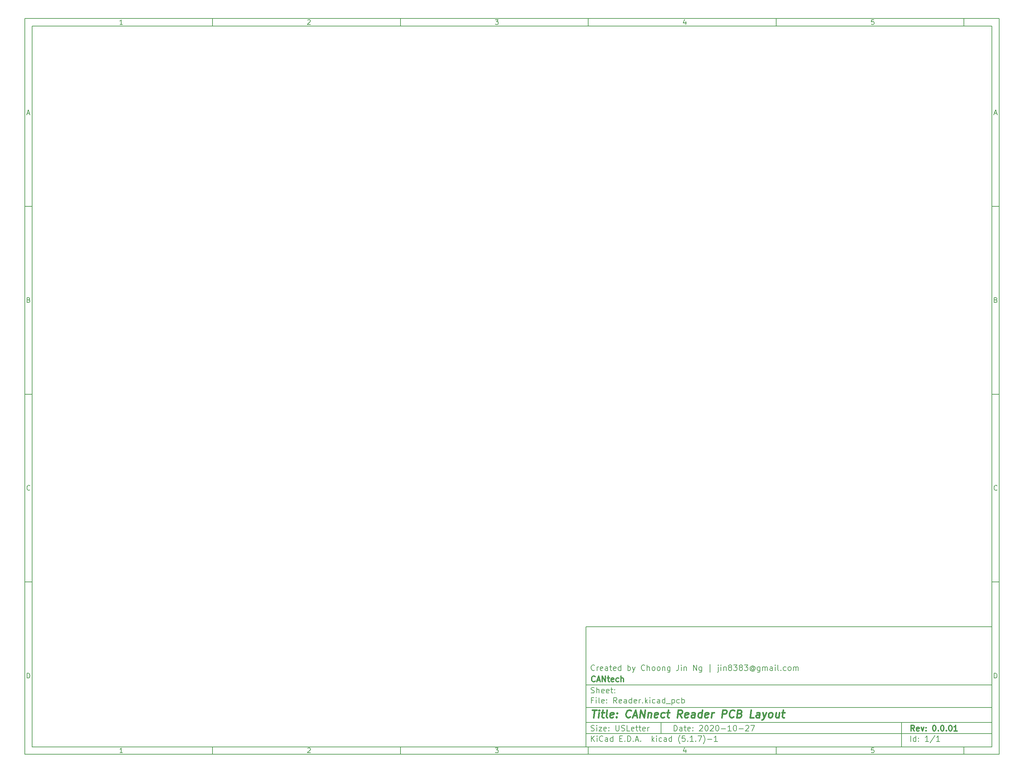
<source format=gbr>
%TF.GenerationSoftware,KiCad,Pcbnew,(5.1.7)-1*%
%TF.CreationDate,2020-10-27T06:30:05-07:00*%
%TF.ProjectId,Reader,52656164-6572-42e6-9b69-6361645f7063,0.0.01*%
%TF.SameCoordinates,Original*%
%TF.FileFunction,Other,ECO2*%
%FSLAX46Y46*%
G04 Gerber Fmt 4.6, Leading zero omitted, Abs format (unit mm)*
G04 Created by KiCad (PCBNEW (5.1.7)-1) date 2020-10-27 06:30:05*
%MOMM*%
%LPD*%
G01*
G04 APERTURE LIST*
%ADD10C,0.100000*%
%ADD11C,0.150000*%
%ADD12C,0.300000*%
%ADD13C,0.400000*%
G04 APERTURE END LIST*
D10*
D11*
X159400000Y-171900000D02*
X159400000Y-203900000D01*
X267400000Y-203900000D01*
X267400000Y-171900000D01*
X159400000Y-171900000D01*
D10*
D11*
X10000000Y-10000000D02*
X10000000Y-205900000D01*
X269400000Y-205900000D01*
X269400000Y-10000000D01*
X10000000Y-10000000D01*
D10*
D11*
X12000000Y-12000000D02*
X12000000Y-203900000D01*
X267400000Y-203900000D01*
X267400000Y-12000000D01*
X12000000Y-12000000D01*
D10*
D11*
X60000000Y-12000000D02*
X60000000Y-10000000D01*
D10*
D11*
X110000000Y-12000000D02*
X110000000Y-10000000D01*
D10*
D11*
X160000000Y-12000000D02*
X160000000Y-10000000D01*
D10*
D11*
X210000000Y-12000000D02*
X210000000Y-10000000D01*
D10*
D11*
X260000000Y-12000000D02*
X260000000Y-10000000D01*
D10*
D11*
X36065476Y-11588095D02*
X35322619Y-11588095D01*
X35694047Y-11588095D02*
X35694047Y-10288095D01*
X35570238Y-10473809D01*
X35446428Y-10597619D01*
X35322619Y-10659523D01*
D10*
D11*
X85322619Y-10411904D02*
X85384523Y-10350000D01*
X85508333Y-10288095D01*
X85817857Y-10288095D01*
X85941666Y-10350000D01*
X86003571Y-10411904D01*
X86065476Y-10535714D01*
X86065476Y-10659523D01*
X86003571Y-10845238D01*
X85260714Y-11588095D01*
X86065476Y-11588095D01*
D10*
D11*
X135260714Y-10288095D02*
X136065476Y-10288095D01*
X135632142Y-10783333D01*
X135817857Y-10783333D01*
X135941666Y-10845238D01*
X136003571Y-10907142D01*
X136065476Y-11030952D01*
X136065476Y-11340476D01*
X136003571Y-11464285D01*
X135941666Y-11526190D01*
X135817857Y-11588095D01*
X135446428Y-11588095D01*
X135322619Y-11526190D01*
X135260714Y-11464285D01*
D10*
D11*
X185941666Y-10721428D02*
X185941666Y-11588095D01*
X185632142Y-10226190D02*
X185322619Y-11154761D01*
X186127380Y-11154761D01*
D10*
D11*
X236003571Y-10288095D02*
X235384523Y-10288095D01*
X235322619Y-10907142D01*
X235384523Y-10845238D01*
X235508333Y-10783333D01*
X235817857Y-10783333D01*
X235941666Y-10845238D01*
X236003571Y-10907142D01*
X236065476Y-11030952D01*
X236065476Y-11340476D01*
X236003571Y-11464285D01*
X235941666Y-11526190D01*
X235817857Y-11588095D01*
X235508333Y-11588095D01*
X235384523Y-11526190D01*
X235322619Y-11464285D01*
D10*
D11*
X60000000Y-203900000D02*
X60000000Y-205900000D01*
D10*
D11*
X110000000Y-203900000D02*
X110000000Y-205900000D01*
D10*
D11*
X160000000Y-203900000D02*
X160000000Y-205900000D01*
D10*
D11*
X210000000Y-203900000D02*
X210000000Y-205900000D01*
D10*
D11*
X260000000Y-203900000D02*
X260000000Y-205900000D01*
D10*
D11*
X36065476Y-205488095D02*
X35322619Y-205488095D01*
X35694047Y-205488095D02*
X35694047Y-204188095D01*
X35570238Y-204373809D01*
X35446428Y-204497619D01*
X35322619Y-204559523D01*
D10*
D11*
X85322619Y-204311904D02*
X85384523Y-204250000D01*
X85508333Y-204188095D01*
X85817857Y-204188095D01*
X85941666Y-204250000D01*
X86003571Y-204311904D01*
X86065476Y-204435714D01*
X86065476Y-204559523D01*
X86003571Y-204745238D01*
X85260714Y-205488095D01*
X86065476Y-205488095D01*
D10*
D11*
X135260714Y-204188095D02*
X136065476Y-204188095D01*
X135632142Y-204683333D01*
X135817857Y-204683333D01*
X135941666Y-204745238D01*
X136003571Y-204807142D01*
X136065476Y-204930952D01*
X136065476Y-205240476D01*
X136003571Y-205364285D01*
X135941666Y-205426190D01*
X135817857Y-205488095D01*
X135446428Y-205488095D01*
X135322619Y-205426190D01*
X135260714Y-205364285D01*
D10*
D11*
X185941666Y-204621428D02*
X185941666Y-205488095D01*
X185632142Y-204126190D02*
X185322619Y-205054761D01*
X186127380Y-205054761D01*
D10*
D11*
X236003571Y-204188095D02*
X235384523Y-204188095D01*
X235322619Y-204807142D01*
X235384523Y-204745238D01*
X235508333Y-204683333D01*
X235817857Y-204683333D01*
X235941666Y-204745238D01*
X236003571Y-204807142D01*
X236065476Y-204930952D01*
X236065476Y-205240476D01*
X236003571Y-205364285D01*
X235941666Y-205426190D01*
X235817857Y-205488095D01*
X235508333Y-205488095D01*
X235384523Y-205426190D01*
X235322619Y-205364285D01*
D10*
D11*
X10000000Y-60000000D02*
X12000000Y-60000000D01*
D10*
D11*
X10000000Y-110000000D02*
X12000000Y-110000000D01*
D10*
D11*
X10000000Y-160000000D02*
X12000000Y-160000000D01*
D10*
D11*
X10690476Y-35216666D02*
X11309523Y-35216666D01*
X10566666Y-35588095D02*
X11000000Y-34288095D01*
X11433333Y-35588095D01*
D10*
D11*
X11092857Y-84907142D02*
X11278571Y-84969047D01*
X11340476Y-85030952D01*
X11402380Y-85154761D01*
X11402380Y-85340476D01*
X11340476Y-85464285D01*
X11278571Y-85526190D01*
X11154761Y-85588095D01*
X10659523Y-85588095D01*
X10659523Y-84288095D01*
X11092857Y-84288095D01*
X11216666Y-84350000D01*
X11278571Y-84411904D01*
X11340476Y-84535714D01*
X11340476Y-84659523D01*
X11278571Y-84783333D01*
X11216666Y-84845238D01*
X11092857Y-84907142D01*
X10659523Y-84907142D01*
D10*
D11*
X11402380Y-135464285D02*
X11340476Y-135526190D01*
X11154761Y-135588095D01*
X11030952Y-135588095D01*
X10845238Y-135526190D01*
X10721428Y-135402380D01*
X10659523Y-135278571D01*
X10597619Y-135030952D01*
X10597619Y-134845238D01*
X10659523Y-134597619D01*
X10721428Y-134473809D01*
X10845238Y-134350000D01*
X11030952Y-134288095D01*
X11154761Y-134288095D01*
X11340476Y-134350000D01*
X11402380Y-134411904D01*
D10*
D11*
X10659523Y-185588095D02*
X10659523Y-184288095D01*
X10969047Y-184288095D01*
X11154761Y-184350000D01*
X11278571Y-184473809D01*
X11340476Y-184597619D01*
X11402380Y-184845238D01*
X11402380Y-185030952D01*
X11340476Y-185278571D01*
X11278571Y-185402380D01*
X11154761Y-185526190D01*
X10969047Y-185588095D01*
X10659523Y-185588095D01*
D10*
D11*
X269400000Y-60000000D02*
X267400000Y-60000000D01*
D10*
D11*
X269400000Y-110000000D02*
X267400000Y-110000000D01*
D10*
D11*
X269400000Y-160000000D02*
X267400000Y-160000000D01*
D10*
D11*
X268090476Y-35216666D02*
X268709523Y-35216666D01*
X267966666Y-35588095D02*
X268400000Y-34288095D01*
X268833333Y-35588095D01*
D10*
D11*
X268492857Y-84907142D02*
X268678571Y-84969047D01*
X268740476Y-85030952D01*
X268802380Y-85154761D01*
X268802380Y-85340476D01*
X268740476Y-85464285D01*
X268678571Y-85526190D01*
X268554761Y-85588095D01*
X268059523Y-85588095D01*
X268059523Y-84288095D01*
X268492857Y-84288095D01*
X268616666Y-84350000D01*
X268678571Y-84411904D01*
X268740476Y-84535714D01*
X268740476Y-84659523D01*
X268678571Y-84783333D01*
X268616666Y-84845238D01*
X268492857Y-84907142D01*
X268059523Y-84907142D01*
D10*
D11*
X268802380Y-135464285D02*
X268740476Y-135526190D01*
X268554761Y-135588095D01*
X268430952Y-135588095D01*
X268245238Y-135526190D01*
X268121428Y-135402380D01*
X268059523Y-135278571D01*
X267997619Y-135030952D01*
X267997619Y-134845238D01*
X268059523Y-134597619D01*
X268121428Y-134473809D01*
X268245238Y-134350000D01*
X268430952Y-134288095D01*
X268554761Y-134288095D01*
X268740476Y-134350000D01*
X268802380Y-134411904D01*
D10*
D11*
X268059523Y-185588095D02*
X268059523Y-184288095D01*
X268369047Y-184288095D01*
X268554761Y-184350000D01*
X268678571Y-184473809D01*
X268740476Y-184597619D01*
X268802380Y-184845238D01*
X268802380Y-185030952D01*
X268740476Y-185278571D01*
X268678571Y-185402380D01*
X268554761Y-185526190D01*
X268369047Y-185588095D01*
X268059523Y-185588095D01*
D10*
D11*
X182832142Y-199678571D02*
X182832142Y-198178571D01*
X183189285Y-198178571D01*
X183403571Y-198250000D01*
X183546428Y-198392857D01*
X183617857Y-198535714D01*
X183689285Y-198821428D01*
X183689285Y-199035714D01*
X183617857Y-199321428D01*
X183546428Y-199464285D01*
X183403571Y-199607142D01*
X183189285Y-199678571D01*
X182832142Y-199678571D01*
X184975000Y-199678571D02*
X184975000Y-198892857D01*
X184903571Y-198750000D01*
X184760714Y-198678571D01*
X184475000Y-198678571D01*
X184332142Y-198750000D01*
X184975000Y-199607142D02*
X184832142Y-199678571D01*
X184475000Y-199678571D01*
X184332142Y-199607142D01*
X184260714Y-199464285D01*
X184260714Y-199321428D01*
X184332142Y-199178571D01*
X184475000Y-199107142D01*
X184832142Y-199107142D01*
X184975000Y-199035714D01*
X185475000Y-198678571D02*
X186046428Y-198678571D01*
X185689285Y-198178571D02*
X185689285Y-199464285D01*
X185760714Y-199607142D01*
X185903571Y-199678571D01*
X186046428Y-199678571D01*
X187117857Y-199607142D02*
X186975000Y-199678571D01*
X186689285Y-199678571D01*
X186546428Y-199607142D01*
X186475000Y-199464285D01*
X186475000Y-198892857D01*
X186546428Y-198750000D01*
X186689285Y-198678571D01*
X186975000Y-198678571D01*
X187117857Y-198750000D01*
X187189285Y-198892857D01*
X187189285Y-199035714D01*
X186475000Y-199178571D01*
X187832142Y-199535714D02*
X187903571Y-199607142D01*
X187832142Y-199678571D01*
X187760714Y-199607142D01*
X187832142Y-199535714D01*
X187832142Y-199678571D01*
X187832142Y-198750000D02*
X187903571Y-198821428D01*
X187832142Y-198892857D01*
X187760714Y-198821428D01*
X187832142Y-198750000D01*
X187832142Y-198892857D01*
X189617857Y-198321428D02*
X189689285Y-198250000D01*
X189832142Y-198178571D01*
X190189285Y-198178571D01*
X190332142Y-198250000D01*
X190403571Y-198321428D01*
X190475000Y-198464285D01*
X190475000Y-198607142D01*
X190403571Y-198821428D01*
X189546428Y-199678571D01*
X190475000Y-199678571D01*
X191403571Y-198178571D02*
X191546428Y-198178571D01*
X191689285Y-198250000D01*
X191760714Y-198321428D01*
X191832142Y-198464285D01*
X191903571Y-198750000D01*
X191903571Y-199107142D01*
X191832142Y-199392857D01*
X191760714Y-199535714D01*
X191689285Y-199607142D01*
X191546428Y-199678571D01*
X191403571Y-199678571D01*
X191260714Y-199607142D01*
X191189285Y-199535714D01*
X191117857Y-199392857D01*
X191046428Y-199107142D01*
X191046428Y-198750000D01*
X191117857Y-198464285D01*
X191189285Y-198321428D01*
X191260714Y-198250000D01*
X191403571Y-198178571D01*
X192475000Y-198321428D02*
X192546428Y-198250000D01*
X192689285Y-198178571D01*
X193046428Y-198178571D01*
X193189285Y-198250000D01*
X193260714Y-198321428D01*
X193332142Y-198464285D01*
X193332142Y-198607142D01*
X193260714Y-198821428D01*
X192403571Y-199678571D01*
X193332142Y-199678571D01*
X194260714Y-198178571D02*
X194403571Y-198178571D01*
X194546428Y-198250000D01*
X194617857Y-198321428D01*
X194689285Y-198464285D01*
X194760714Y-198750000D01*
X194760714Y-199107142D01*
X194689285Y-199392857D01*
X194617857Y-199535714D01*
X194546428Y-199607142D01*
X194403571Y-199678571D01*
X194260714Y-199678571D01*
X194117857Y-199607142D01*
X194046428Y-199535714D01*
X193975000Y-199392857D01*
X193903571Y-199107142D01*
X193903571Y-198750000D01*
X193975000Y-198464285D01*
X194046428Y-198321428D01*
X194117857Y-198250000D01*
X194260714Y-198178571D01*
X195403571Y-199107142D02*
X196546428Y-199107142D01*
X198046428Y-199678571D02*
X197189285Y-199678571D01*
X197617857Y-199678571D02*
X197617857Y-198178571D01*
X197475000Y-198392857D01*
X197332142Y-198535714D01*
X197189285Y-198607142D01*
X198975000Y-198178571D02*
X199117857Y-198178571D01*
X199260714Y-198250000D01*
X199332142Y-198321428D01*
X199403571Y-198464285D01*
X199475000Y-198750000D01*
X199475000Y-199107142D01*
X199403571Y-199392857D01*
X199332142Y-199535714D01*
X199260714Y-199607142D01*
X199117857Y-199678571D01*
X198975000Y-199678571D01*
X198832142Y-199607142D01*
X198760714Y-199535714D01*
X198689285Y-199392857D01*
X198617857Y-199107142D01*
X198617857Y-198750000D01*
X198689285Y-198464285D01*
X198760714Y-198321428D01*
X198832142Y-198250000D01*
X198975000Y-198178571D01*
X200117857Y-199107142D02*
X201260714Y-199107142D01*
X201903571Y-198321428D02*
X201975000Y-198250000D01*
X202117857Y-198178571D01*
X202475000Y-198178571D01*
X202617857Y-198250000D01*
X202689285Y-198321428D01*
X202760714Y-198464285D01*
X202760714Y-198607142D01*
X202689285Y-198821428D01*
X201832142Y-199678571D01*
X202760714Y-199678571D01*
X203260714Y-198178571D02*
X204260714Y-198178571D01*
X203617857Y-199678571D01*
D10*
D11*
X159400000Y-200400000D02*
X267400000Y-200400000D01*
D10*
D11*
X160832142Y-202478571D02*
X160832142Y-200978571D01*
X161689285Y-202478571D02*
X161046428Y-201621428D01*
X161689285Y-200978571D02*
X160832142Y-201835714D01*
X162332142Y-202478571D02*
X162332142Y-201478571D01*
X162332142Y-200978571D02*
X162260714Y-201050000D01*
X162332142Y-201121428D01*
X162403571Y-201050000D01*
X162332142Y-200978571D01*
X162332142Y-201121428D01*
X163903571Y-202335714D02*
X163832142Y-202407142D01*
X163617857Y-202478571D01*
X163475000Y-202478571D01*
X163260714Y-202407142D01*
X163117857Y-202264285D01*
X163046428Y-202121428D01*
X162975000Y-201835714D01*
X162975000Y-201621428D01*
X163046428Y-201335714D01*
X163117857Y-201192857D01*
X163260714Y-201050000D01*
X163475000Y-200978571D01*
X163617857Y-200978571D01*
X163832142Y-201050000D01*
X163903571Y-201121428D01*
X165189285Y-202478571D02*
X165189285Y-201692857D01*
X165117857Y-201550000D01*
X164975000Y-201478571D01*
X164689285Y-201478571D01*
X164546428Y-201550000D01*
X165189285Y-202407142D02*
X165046428Y-202478571D01*
X164689285Y-202478571D01*
X164546428Y-202407142D01*
X164475000Y-202264285D01*
X164475000Y-202121428D01*
X164546428Y-201978571D01*
X164689285Y-201907142D01*
X165046428Y-201907142D01*
X165189285Y-201835714D01*
X166546428Y-202478571D02*
X166546428Y-200978571D01*
X166546428Y-202407142D02*
X166403571Y-202478571D01*
X166117857Y-202478571D01*
X165975000Y-202407142D01*
X165903571Y-202335714D01*
X165832142Y-202192857D01*
X165832142Y-201764285D01*
X165903571Y-201621428D01*
X165975000Y-201550000D01*
X166117857Y-201478571D01*
X166403571Y-201478571D01*
X166546428Y-201550000D01*
X168403571Y-201692857D02*
X168903571Y-201692857D01*
X169117857Y-202478571D02*
X168403571Y-202478571D01*
X168403571Y-200978571D01*
X169117857Y-200978571D01*
X169760714Y-202335714D02*
X169832142Y-202407142D01*
X169760714Y-202478571D01*
X169689285Y-202407142D01*
X169760714Y-202335714D01*
X169760714Y-202478571D01*
X170475000Y-202478571D02*
X170475000Y-200978571D01*
X170832142Y-200978571D01*
X171046428Y-201050000D01*
X171189285Y-201192857D01*
X171260714Y-201335714D01*
X171332142Y-201621428D01*
X171332142Y-201835714D01*
X171260714Y-202121428D01*
X171189285Y-202264285D01*
X171046428Y-202407142D01*
X170832142Y-202478571D01*
X170475000Y-202478571D01*
X171975000Y-202335714D02*
X172046428Y-202407142D01*
X171975000Y-202478571D01*
X171903571Y-202407142D01*
X171975000Y-202335714D01*
X171975000Y-202478571D01*
X172617857Y-202050000D02*
X173332142Y-202050000D01*
X172475000Y-202478571D02*
X172975000Y-200978571D01*
X173475000Y-202478571D01*
X173975000Y-202335714D02*
X174046428Y-202407142D01*
X173975000Y-202478571D01*
X173903571Y-202407142D01*
X173975000Y-202335714D01*
X173975000Y-202478571D01*
X176975000Y-202478571D02*
X176975000Y-200978571D01*
X177117857Y-201907142D02*
X177546428Y-202478571D01*
X177546428Y-201478571D02*
X176975000Y-202050000D01*
X178189285Y-202478571D02*
X178189285Y-201478571D01*
X178189285Y-200978571D02*
X178117857Y-201050000D01*
X178189285Y-201121428D01*
X178260714Y-201050000D01*
X178189285Y-200978571D01*
X178189285Y-201121428D01*
X179546428Y-202407142D02*
X179403571Y-202478571D01*
X179117857Y-202478571D01*
X178975000Y-202407142D01*
X178903571Y-202335714D01*
X178832142Y-202192857D01*
X178832142Y-201764285D01*
X178903571Y-201621428D01*
X178975000Y-201550000D01*
X179117857Y-201478571D01*
X179403571Y-201478571D01*
X179546428Y-201550000D01*
X180832142Y-202478571D02*
X180832142Y-201692857D01*
X180760714Y-201550000D01*
X180617857Y-201478571D01*
X180332142Y-201478571D01*
X180189285Y-201550000D01*
X180832142Y-202407142D02*
X180689285Y-202478571D01*
X180332142Y-202478571D01*
X180189285Y-202407142D01*
X180117857Y-202264285D01*
X180117857Y-202121428D01*
X180189285Y-201978571D01*
X180332142Y-201907142D01*
X180689285Y-201907142D01*
X180832142Y-201835714D01*
X182189285Y-202478571D02*
X182189285Y-200978571D01*
X182189285Y-202407142D02*
X182046428Y-202478571D01*
X181760714Y-202478571D01*
X181617857Y-202407142D01*
X181546428Y-202335714D01*
X181475000Y-202192857D01*
X181475000Y-201764285D01*
X181546428Y-201621428D01*
X181617857Y-201550000D01*
X181760714Y-201478571D01*
X182046428Y-201478571D01*
X182189285Y-201550000D01*
X184475000Y-203050000D02*
X184403571Y-202978571D01*
X184260714Y-202764285D01*
X184189285Y-202621428D01*
X184117857Y-202407142D01*
X184046428Y-202050000D01*
X184046428Y-201764285D01*
X184117857Y-201407142D01*
X184189285Y-201192857D01*
X184260714Y-201050000D01*
X184403571Y-200835714D01*
X184475000Y-200764285D01*
X185760714Y-200978571D02*
X185046428Y-200978571D01*
X184975000Y-201692857D01*
X185046428Y-201621428D01*
X185189285Y-201550000D01*
X185546428Y-201550000D01*
X185689285Y-201621428D01*
X185760714Y-201692857D01*
X185832142Y-201835714D01*
X185832142Y-202192857D01*
X185760714Y-202335714D01*
X185689285Y-202407142D01*
X185546428Y-202478571D01*
X185189285Y-202478571D01*
X185046428Y-202407142D01*
X184975000Y-202335714D01*
X186475000Y-202335714D02*
X186546428Y-202407142D01*
X186475000Y-202478571D01*
X186403571Y-202407142D01*
X186475000Y-202335714D01*
X186475000Y-202478571D01*
X187975000Y-202478571D02*
X187117857Y-202478571D01*
X187546428Y-202478571D02*
X187546428Y-200978571D01*
X187403571Y-201192857D01*
X187260714Y-201335714D01*
X187117857Y-201407142D01*
X188617857Y-202335714D02*
X188689285Y-202407142D01*
X188617857Y-202478571D01*
X188546428Y-202407142D01*
X188617857Y-202335714D01*
X188617857Y-202478571D01*
X189189285Y-200978571D02*
X190189285Y-200978571D01*
X189546428Y-202478571D01*
X190617857Y-203050000D02*
X190689285Y-202978571D01*
X190832142Y-202764285D01*
X190903571Y-202621428D01*
X190975000Y-202407142D01*
X191046428Y-202050000D01*
X191046428Y-201764285D01*
X190975000Y-201407142D01*
X190903571Y-201192857D01*
X190832142Y-201050000D01*
X190689285Y-200835714D01*
X190617857Y-200764285D01*
X191760714Y-201907142D02*
X192903571Y-201907142D01*
X194403571Y-202478571D02*
X193546428Y-202478571D01*
X193975000Y-202478571D02*
X193975000Y-200978571D01*
X193832142Y-201192857D01*
X193689285Y-201335714D01*
X193546428Y-201407142D01*
D10*
D11*
X159400000Y-197400000D02*
X267400000Y-197400000D01*
D10*
D12*
X246809285Y-199678571D02*
X246309285Y-198964285D01*
X245952142Y-199678571D02*
X245952142Y-198178571D01*
X246523571Y-198178571D01*
X246666428Y-198250000D01*
X246737857Y-198321428D01*
X246809285Y-198464285D01*
X246809285Y-198678571D01*
X246737857Y-198821428D01*
X246666428Y-198892857D01*
X246523571Y-198964285D01*
X245952142Y-198964285D01*
X248023571Y-199607142D02*
X247880714Y-199678571D01*
X247595000Y-199678571D01*
X247452142Y-199607142D01*
X247380714Y-199464285D01*
X247380714Y-198892857D01*
X247452142Y-198750000D01*
X247595000Y-198678571D01*
X247880714Y-198678571D01*
X248023571Y-198750000D01*
X248095000Y-198892857D01*
X248095000Y-199035714D01*
X247380714Y-199178571D01*
X248595000Y-198678571D02*
X248952142Y-199678571D01*
X249309285Y-198678571D01*
X249880714Y-199535714D02*
X249952142Y-199607142D01*
X249880714Y-199678571D01*
X249809285Y-199607142D01*
X249880714Y-199535714D01*
X249880714Y-199678571D01*
X249880714Y-198750000D02*
X249952142Y-198821428D01*
X249880714Y-198892857D01*
X249809285Y-198821428D01*
X249880714Y-198750000D01*
X249880714Y-198892857D01*
X252023571Y-198178571D02*
X252166428Y-198178571D01*
X252309285Y-198250000D01*
X252380714Y-198321428D01*
X252452142Y-198464285D01*
X252523571Y-198750000D01*
X252523571Y-199107142D01*
X252452142Y-199392857D01*
X252380714Y-199535714D01*
X252309285Y-199607142D01*
X252166428Y-199678571D01*
X252023571Y-199678571D01*
X251880714Y-199607142D01*
X251809285Y-199535714D01*
X251737857Y-199392857D01*
X251666428Y-199107142D01*
X251666428Y-198750000D01*
X251737857Y-198464285D01*
X251809285Y-198321428D01*
X251880714Y-198250000D01*
X252023571Y-198178571D01*
X253166428Y-199535714D02*
X253237857Y-199607142D01*
X253166428Y-199678571D01*
X253095000Y-199607142D01*
X253166428Y-199535714D01*
X253166428Y-199678571D01*
X254166428Y-198178571D02*
X254309285Y-198178571D01*
X254452142Y-198250000D01*
X254523571Y-198321428D01*
X254595000Y-198464285D01*
X254666428Y-198750000D01*
X254666428Y-199107142D01*
X254595000Y-199392857D01*
X254523571Y-199535714D01*
X254452142Y-199607142D01*
X254309285Y-199678571D01*
X254166428Y-199678571D01*
X254023571Y-199607142D01*
X253952142Y-199535714D01*
X253880714Y-199392857D01*
X253809285Y-199107142D01*
X253809285Y-198750000D01*
X253880714Y-198464285D01*
X253952142Y-198321428D01*
X254023571Y-198250000D01*
X254166428Y-198178571D01*
X255309285Y-199535714D02*
X255380714Y-199607142D01*
X255309285Y-199678571D01*
X255237857Y-199607142D01*
X255309285Y-199535714D01*
X255309285Y-199678571D01*
X256309285Y-198178571D02*
X256452142Y-198178571D01*
X256595000Y-198250000D01*
X256666428Y-198321428D01*
X256737857Y-198464285D01*
X256809285Y-198750000D01*
X256809285Y-199107142D01*
X256737857Y-199392857D01*
X256666428Y-199535714D01*
X256595000Y-199607142D01*
X256452142Y-199678571D01*
X256309285Y-199678571D01*
X256166428Y-199607142D01*
X256095000Y-199535714D01*
X256023571Y-199392857D01*
X255952142Y-199107142D01*
X255952142Y-198750000D01*
X256023571Y-198464285D01*
X256095000Y-198321428D01*
X256166428Y-198250000D01*
X256309285Y-198178571D01*
X258237857Y-199678571D02*
X257380714Y-199678571D01*
X257809285Y-199678571D02*
X257809285Y-198178571D01*
X257666428Y-198392857D01*
X257523571Y-198535714D01*
X257380714Y-198607142D01*
D10*
D11*
X160760714Y-199607142D02*
X160975000Y-199678571D01*
X161332142Y-199678571D01*
X161475000Y-199607142D01*
X161546428Y-199535714D01*
X161617857Y-199392857D01*
X161617857Y-199250000D01*
X161546428Y-199107142D01*
X161475000Y-199035714D01*
X161332142Y-198964285D01*
X161046428Y-198892857D01*
X160903571Y-198821428D01*
X160832142Y-198750000D01*
X160760714Y-198607142D01*
X160760714Y-198464285D01*
X160832142Y-198321428D01*
X160903571Y-198250000D01*
X161046428Y-198178571D01*
X161403571Y-198178571D01*
X161617857Y-198250000D01*
X162260714Y-199678571D02*
X162260714Y-198678571D01*
X162260714Y-198178571D02*
X162189285Y-198250000D01*
X162260714Y-198321428D01*
X162332142Y-198250000D01*
X162260714Y-198178571D01*
X162260714Y-198321428D01*
X162832142Y-198678571D02*
X163617857Y-198678571D01*
X162832142Y-199678571D01*
X163617857Y-199678571D01*
X164760714Y-199607142D02*
X164617857Y-199678571D01*
X164332142Y-199678571D01*
X164189285Y-199607142D01*
X164117857Y-199464285D01*
X164117857Y-198892857D01*
X164189285Y-198750000D01*
X164332142Y-198678571D01*
X164617857Y-198678571D01*
X164760714Y-198750000D01*
X164832142Y-198892857D01*
X164832142Y-199035714D01*
X164117857Y-199178571D01*
X165475000Y-199535714D02*
X165546428Y-199607142D01*
X165475000Y-199678571D01*
X165403571Y-199607142D01*
X165475000Y-199535714D01*
X165475000Y-199678571D01*
X165475000Y-198750000D02*
X165546428Y-198821428D01*
X165475000Y-198892857D01*
X165403571Y-198821428D01*
X165475000Y-198750000D01*
X165475000Y-198892857D01*
X167332142Y-198178571D02*
X167332142Y-199392857D01*
X167403571Y-199535714D01*
X167475000Y-199607142D01*
X167617857Y-199678571D01*
X167903571Y-199678571D01*
X168046428Y-199607142D01*
X168117857Y-199535714D01*
X168189285Y-199392857D01*
X168189285Y-198178571D01*
X168832142Y-199607142D02*
X169046428Y-199678571D01*
X169403571Y-199678571D01*
X169546428Y-199607142D01*
X169617857Y-199535714D01*
X169689285Y-199392857D01*
X169689285Y-199250000D01*
X169617857Y-199107142D01*
X169546428Y-199035714D01*
X169403571Y-198964285D01*
X169117857Y-198892857D01*
X168975000Y-198821428D01*
X168903571Y-198750000D01*
X168832142Y-198607142D01*
X168832142Y-198464285D01*
X168903571Y-198321428D01*
X168975000Y-198250000D01*
X169117857Y-198178571D01*
X169475000Y-198178571D01*
X169689285Y-198250000D01*
X171046428Y-199678571D02*
X170332142Y-199678571D01*
X170332142Y-198178571D01*
X172117857Y-199607142D02*
X171975000Y-199678571D01*
X171689285Y-199678571D01*
X171546428Y-199607142D01*
X171475000Y-199464285D01*
X171475000Y-198892857D01*
X171546428Y-198750000D01*
X171689285Y-198678571D01*
X171975000Y-198678571D01*
X172117857Y-198750000D01*
X172189285Y-198892857D01*
X172189285Y-199035714D01*
X171475000Y-199178571D01*
X172617857Y-198678571D02*
X173189285Y-198678571D01*
X172832142Y-198178571D02*
X172832142Y-199464285D01*
X172903571Y-199607142D01*
X173046428Y-199678571D01*
X173189285Y-199678571D01*
X173475000Y-198678571D02*
X174046428Y-198678571D01*
X173689285Y-198178571D02*
X173689285Y-199464285D01*
X173760714Y-199607142D01*
X173903571Y-199678571D01*
X174046428Y-199678571D01*
X175117857Y-199607142D02*
X174975000Y-199678571D01*
X174689285Y-199678571D01*
X174546428Y-199607142D01*
X174475000Y-199464285D01*
X174475000Y-198892857D01*
X174546428Y-198750000D01*
X174689285Y-198678571D01*
X174975000Y-198678571D01*
X175117857Y-198750000D01*
X175189285Y-198892857D01*
X175189285Y-199035714D01*
X174475000Y-199178571D01*
X175832142Y-199678571D02*
X175832142Y-198678571D01*
X175832142Y-198964285D02*
X175903571Y-198821428D01*
X175975000Y-198750000D01*
X176117857Y-198678571D01*
X176260714Y-198678571D01*
D10*
D11*
X245832142Y-202478571D02*
X245832142Y-200978571D01*
X247189285Y-202478571D02*
X247189285Y-200978571D01*
X247189285Y-202407142D02*
X247046428Y-202478571D01*
X246760714Y-202478571D01*
X246617857Y-202407142D01*
X246546428Y-202335714D01*
X246475000Y-202192857D01*
X246475000Y-201764285D01*
X246546428Y-201621428D01*
X246617857Y-201550000D01*
X246760714Y-201478571D01*
X247046428Y-201478571D01*
X247189285Y-201550000D01*
X247903571Y-202335714D02*
X247975000Y-202407142D01*
X247903571Y-202478571D01*
X247832142Y-202407142D01*
X247903571Y-202335714D01*
X247903571Y-202478571D01*
X247903571Y-201550000D02*
X247975000Y-201621428D01*
X247903571Y-201692857D01*
X247832142Y-201621428D01*
X247903571Y-201550000D01*
X247903571Y-201692857D01*
X250546428Y-202478571D02*
X249689285Y-202478571D01*
X250117857Y-202478571D02*
X250117857Y-200978571D01*
X249975000Y-201192857D01*
X249832142Y-201335714D01*
X249689285Y-201407142D01*
X252260714Y-200907142D02*
X250975000Y-202835714D01*
X253546428Y-202478571D02*
X252689285Y-202478571D01*
X253117857Y-202478571D02*
X253117857Y-200978571D01*
X252975000Y-201192857D01*
X252832142Y-201335714D01*
X252689285Y-201407142D01*
D10*
D11*
X159400000Y-193400000D02*
X267400000Y-193400000D01*
D10*
D13*
X161112380Y-194104761D02*
X162255238Y-194104761D01*
X161433809Y-196104761D02*
X161683809Y-194104761D01*
X162671904Y-196104761D02*
X162838571Y-194771428D01*
X162921904Y-194104761D02*
X162814761Y-194200000D01*
X162898095Y-194295238D01*
X163005238Y-194200000D01*
X162921904Y-194104761D01*
X162898095Y-194295238D01*
X163505238Y-194771428D02*
X164267142Y-194771428D01*
X163874285Y-194104761D02*
X163660000Y-195819047D01*
X163731428Y-196009523D01*
X163910000Y-196104761D01*
X164100476Y-196104761D01*
X165052857Y-196104761D02*
X164874285Y-196009523D01*
X164802857Y-195819047D01*
X165017142Y-194104761D01*
X166588571Y-196009523D02*
X166386190Y-196104761D01*
X166005238Y-196104761D01*
X165826666Y-196009523D01*
X165755238Y-195819047D01*
X165850476Y-195057142D01*
X165969523Y-194866666D01*
X166171904Y-194771428D01*
X166552857Y-194771428D01*
X166731428Y-194866666D01*
X166802857Y-195057142D01*
X166779047Y-195247619D01*
X165802857Y-195438095D01*
X167552857Y-195914285D02*
X167636190Y-196009523D01*
X167529047Y-196104761D01*
X167445714Y-196009523D01*
X167552857Y-195914285D01*
X167529047Y-196104761D01*
X167683809Y-194866666D02*
X167767142Y-194961904D01*
X167660000Y-195057142D01*
X167576666Y-194961904D01*
X167683809Y-194866666D01*
X167660000Y-195057142D01*
X171171904Y-195914285D02*
X171064761Y-196009523D01*
X170767142Y-196104761D01*
X170576666Y-196104761D01*
X170302857Y-196009523D01*
X170136190Y-195819047D01*
X170064761Y-195628571D01*
X170017142Y-195247619D01*
X170052857Y-194961904D01*
X170195714Y-194580952D01*
X170314761Y-194390476D01*
X170529047Y-194200000D01*
X170826666Y-194104761D01*
X171017142Y-194104761D01*
X171290952Y-194200000D01*
X171374285Y-194295238D01*
X171981428Y-195533333D02*
X172933809Y-195533333D01*
X171719523Y-196104761D02*
X172636190Y-194104761D01*
X173052857Y-196104761D01*
X173719523Y-196104761D02*
X173969523Y-194104761D01*
X174862380Y-196104761D01*
X175112380Y-194104761D01*
X175981428Y-194771428D02*
X175814761Y-196104761D01*
X175957619Y-194961904D02*
X176064761Y-194866666D01*
X176267142Y-194771428D01*
X176552857Y-194771428D01*
X176731428Y-194866666D01*
X176802857Y-195057142D01*
X176671904Y-196104761D01*
X178398095Y-196009523D02*
X178195714Y-196104761D01*
X177814761Y-196104761D01*
X177636190Y-196009523D01*
X177564761Y-195819047D01*
X177660000Y-195057142D01*
X177779047Y-194866666D01*
X177981428Y-194771428D01*
X178362380Y-194771428D01*
X178540952Y-194866666D01*
X178612380Y-195057142D01*
X178588571Y-195247619D01*
X177612380Y-195438095D01*
X180207619Y-196009523D02*
X180005238Y-196104761D01*
X179624285Y-196104761D01*
X179445714Y-196009523D01*
X179362380Y-195914285D01*
X179290952Y-195723809D01*
X179362380Y-195152380D01*
X179481428Y-194961904D01*
X179588571Y-194866666D01*
X179790952Y-194771428D01*
X180171904Y-194771428D01*
X180350476Y-194866666D01*
X180933809Y-194771428D02*
X181695714Y-194771428D01*
X181302857Y-194104761D02*
X181088571Y-195819047D01*
X181160000Y-196009523D01*
X181338571Y-196104761D01*
X181529047Y-196104761D01*
X184862380Y-196104761D02*
X184314761Y-195152380D01*
X183719523Y-196104761D02*
X183969523Y-194104761D01*
X184731428Y-194104761D01*
X184910000Y-194200000D01*
X184993333Y-194295238D01*
X185064761Y-194485714D01*
X185029047Y-194771428D01*
X184910000Y-194961904D01*
X184802857Y-195057142D01*
X184600476Y-195152380D01*
X183838571Y-195152380D01*
X186493333Y-196009523D02*
X186290952Y-196104761D01*
X185910000Y-196104761D01*
X185731428Y-196009523D01*
X185660000Y-195819047D01*
X185755238Y-195057142D01*
X185874285Y-194866666D01*
X186076666Y-194771428D01*
X186457619Y-194771428D01*
X186636190Y-194866666D01*
X186707619Y-195057142D01*
X186683809Y-195247619D01*
X185707619Y-195438095D01*
X188290952Y-196104761D02*
X188421904Y-195057142D01*
X188350476Y-194866666D01*
X188171904Y-194771428D01*
X187790952Y-194771428D01*
X187588571Y-194866666D01*
X188302857Y-196009523D02*
X188100476Y-196104761D01*
X187624285Y-196104761D01*
X187445714Y-196009523D01*
X187374285Y-195819047D01*
X187398095Y-195628571D01*
X187517142Y-195438095D01*
X187719523Y-195342857D01*
X188195714Y-195342857D01*
X188398095Y-195247619D01*
X190100476Y-196104761D02*
X190350476Y-194104761D01*
X190112380Y-196009523D02*
X189910000Y-196104761D01*
X189529047Y-196104761D01*
X189350476Y-196009523D01*
X189267142Y-195914285D01*
X189195714Y-195723809D01*
X189267142Y-195152380D01*
X189386190Y-194961904D01*
X189493333Y-194866666D01*
X189695714Y-194771428D01*
X190076666Y-194771428D01*
X190255238Y-194866666D01*
X191826666Y-196009523D02*
X191624285Y-196104761D01*
X191243333Y-196104761D01*
X191064761Y-196009523D01*
X190993333Y-195819047D01*
X191088571Y-195057142D01*
X191207619Y-194866666D01*
X191410000Y-194771428D01*
X191790952Y-194771428D01*
X191969523Y-194866666D01*
X192040952Y-195057142D01*
X192017142Y-195247619D01*
X191040952Y-195438095D01*
X192767142Y-196104761D02*
X192933809Y-194771428D01*
X192886190Y-195152380D02*
X193005238Y-194961904D01*
X193112380Y-194866666D01*
X193314761Y-194771428D01*
X193505238Y-194771428D01*
X195529047Y-196104761D02*
X195779047Y-194104761D01*
X196540952Y-194104761D01*
X196719523Y-194200000D01*
X196802857Y-194295238D01*
X196874285Y-194485714D01*
X196838571Y-194771428D01*
X196719523Y-194961904D01*
X196612380Y-195057142D01*
X196410000Y-195152380D01*
X195648095Y-195152380D01*
X198695714Y-195914285D02*
X198588571Y-196009523D01*
X198290952Y-196104761D01*
X198100476Y-196104761D01*
X197826666Y-196009523D01*
X197660000Y-195819047D01*
X197588571Y-195628571D01*
X197540952Y-195247619D01*
X197576666Y-194961904D01*
X197719523Y-194580952D01*
X197838571Y-194390476D01*
X198052857Y-194200000D01*
X198350476Y-194104761D01*
X198540952Y-194104761D01*
X198814761Y-194200000D01*
X198898095Y-194295238D01*
X200326666Y-195057142D02*
X200600476Y-195152380D01*
X200683809Y-195247619D01*
X200755238Y-195438095D01*
X200719523Y-195723809D01*
X200600476Y-195914285D01*
X200493333Y-196009523D01*
X200290952Y-196104761D01*
X199529047Y-196104761D01*
X199779047Y-194104761D01*
X200445714Y-194104761D01*
X200624285Y-194200000D01*
X200707619Y-194295238D01*
X200779047Y-194485714D01*
X200755238Y-194676190D01*
X200636190Y-194866666D01*
X200529047Y-194961904D01*
X200326666Y-195057142D01*
X199660000Y-195057142D01*
X204005238Y-196104761D02*
X203052857Y-196104761D01*
X203302857Y-194104761D01*
X205529047Y-196104761D02*
X205660000Y-195057142D01*
X205588571Y-194866666D01*
X205410000Y-194771428D01*
X205029047Y-194771428D01*
X204826666Y-194866666D01*
X205540952Y-196009523D02*
X205338571Y-196104761D01*
X204862380Y-196104761D01*
X204683809Y-196009523D01*
X204612380Y-195819047D01*
X204636190Y-195628571D01*
X204755238Y-195438095D01*
X204957619Y-195342857D01*
X205433809Y-195342857D01*
X205636190Y-195247619D01*
X206457619Y-194771428D02*
X206767142Y-196104761D01*
X207410000Y-194771428D02*
X206767142Y-196104761D01*
X206517142Y-196580952D01*
X206410000Y-196676190D01*
X206207619Y-196771428D01*
X208290952Y-196104761D02*
X208112380Y-196009523D01*
X208029047Y-195914285D01*
X207957619Y-195723809D01*
X208029047Y-195152380D01*
X208148095Y-194961904D01*
X208255238Y-194866666D01*
X208457619Y-194771428D01*
X208743333Y-194771428D01*
X208921904Y-194866666D01*
X209005238Y-194961904D01*
X209076666Y-195152380D01*
X209005238Y-195723809D01*
X208886190Y-195914285D01*
X208779047Y-196009523D01*
X208576666Y-196104761D01*
X208290952Y-196104761D01*
X210838571Y-194771428D02*
X210671904Y-196104761D01*
X209981428Y-194771428D02*
X209850476Y-195819047D01*
X209921904Y-196009523D01*
X210100476Y-196104761D01*
X210386190Y-196104761D01*
X210588571Y-196009523D01*
X210695714Y-195914285D01*
X211505238Y-194771428D02*
X212267142Y-194771428D01*
X211874285Y-194104761D02*
X211659999Y-195819047D01*
X211731428Y-196009523D01*
X211909999Y-196104761D01*
X212100476Y-196104761D01*
D10*
D11*
X161332142Y-191492857D02*
X160832142Y-191492857D01*
X160832142Y-192278571D02*
X160832142Y-190778571D01*
X161546428Y-190778571D01*
X162117857Y-192278571D02*
X162117857Y-191278571D01*
X162117857Y-190778571D02*
X162046428Y-190850000D01*
X162117857Y-190921428D01*
X162189285Y-190850000D01*
X162117857Y-190778571D01*
X162117857Y-190921428D01*
X163046428Y-192278571D02*
X162903571Y-192207142D01*
X162832142Y-192064285D01*
X162832142Y-190778571D01*
X164189285Y-192207142D02*
X164046428Y-192278571D01*
X163760714Y-192278571D01*
X163617857Y-192207142D01*
X163546428Y-192064285D01*
X163546428Y-191492857D01*
X163617857Y-191350000D01*
X163760714Y-191278571D01*
X164046428Y-191278571D01*
X164189285Y-191350000D01*
X164260714Y-191492857D01*
X164260714Y-191635714D01*
X163546428Y-191778571D01*
X164903571Y-192135714D02*
X164975000Y-192207142D01*
X164903571Y-192278571D01*
X164832142Y-192207142D01*
X164903571Y-192135714D01*
X164903571Y-192278571D01*
X164903571Y-191350000D02*
X164975000Y-191421428D01*
X164903571Y-191492857D01*
X164832142Y-191421428D01*
X164903571Y-191350000D01*
X164903571Y-191492857D01*
X167617857Y-192278571D02*
X167117857Y-191564285D01*
X166760714Y-192278571D02*
X166760714Y-190778571D01*
X167332142Y-190778571D01*
X167475000Y-190850000D01*
X167546428Y-190921428D01*
X167617857Y-191064285D01*
X167617857Y-191278571D01*
X167546428Y-191421428D01*
X167475000Y-191492857D01*
X167332142Y-191564285D01*
X166760714Y-191564285D01*
X168832142Y-192207142D02*
X168689285Y-192278571D01*
X168403571Y-192278571D01*
X168260714Y-192207142D01*
X168189285Y-192064285D01*
X168189285Y-191492857D01*
X168260714Y-191350000D01*
X168403571Y-191278571D01*
X168689285Y-191278571D01*
X168832142Y-191350000D01*
X168903571Y-191492857D01*
X168903571Y-191635714D01*
X168189285Y-191778571D01*
X170189285Y-192278571D02*
X170189285Y-191492857D01*
X170117857Y-191350000D01*
X169975000Y-191278571D01*
X169689285Y-191278571D01*
X169546428Y-191350000D01*
X170189285Y-192207142D02*
X170046428Y-192278571D01*
X169689285Y-192278571D01*
X169546428Y-192207142D01*
X169475000Y-192064285D01*
X169475000Y-191921428D01*
X169546428Y-191778571D01*
X169689285Y-191707142D01*
X170046428Y-191707142D01*
X170189285Y-191635714D01*
X171546428Y-192278571D02*
X171546428Y-190778571D01*
X171546428Y-192207142D02*
X171403571Y-192278571D01*
X171117857Y-192278571D01*
X170975000Y-192207142D01*
X170903571Y-192135714D01*
X170832142Y-191992857D01*
X170832142Y-191564285D01*
X170903571Y-191421428D01*
X170975000Y-191350000D01*
X171117857Y-191278571D01*
X171403571Y-191278571D01*
X171546428Y-191350000D01*
X172832142Y-192207142D02*
X172689285Y-192278571D01*
X172403571Y-192278571D01*
X172260714Y-192207142D01*
X172189285Y-192064285D01*
X172189285Y-191492857D01*
X172260714Y-191350000D01*
X172403571Y-191278571D01*
X172689285Y-191278571D01*
X172832142Y-191350000D01*
X172903571Y-191492857D01*
X172903571Y-191635714D01*
X172189285Y-191778571D01*
X173546428Y-192278571D02*
X173546428Y-191278571D01*
X173546428Y-191564285D02*
X173617857Y-191421428D01*
X173689285Y-191350000D01*
X173832142Y-191278571D01*
X173975000Y-191278571D01*
X174475000Y-192135714D02*
X174546428Y-192207142D01*
X174475000Y-192278571D01*
X174403571Y-192207142D01*
X174475000Y-192135714D01*
X174475000Y-192278571D01*
X175189285Y-192278571D02*
X175189285Y-190778571D01*
X175332142Y-191707142D02*
X175760714Y-192278571D01*
X175760714Y-191278571D02*
X175189285Y-191850000D01*
X176403571Y-192278571D02*
X176403571Y-191278571D01*
X176403571Y-190778571D02*
X176332142Y-190850000D01*
X176403571Y-190921428D01*
X176475000Y-190850000D01*
X176403571Y-190778571D01*
X176403571Y-190921428D01*
X177760714Y-192207142D02*
X177617857Y-192278571D01*
X177332142Y-192278571D01*
X177189285Y-192207142D01*
X177117857Y-192135714D01*
X177046428Y-191992857D01*
X177046428Y-191564285D01*
X177117857Y-191421428D01*
X177189285Y-191350000D01*
X177332142Y-191278571D01*
X177617857Y-191278571D01*
X177760714Y-191350000D01*
X179046428Y-192278571D02*
X179046428Y-191492857D01*
X178975000Y-191350000D01*
X178832142Y-191278571D01*
X178546428Y-191278571D01*
X178403571Y-191350000D01*
X179046428Y-192207142D02*
X178903571Y-192278571D01*
X178546428Y-192278571D01*
X178403571Y-192207142D01*
X178332142Y-192064285D01*
X178332142Y-191921428D01*
X178403571Y-191778571D01*
X178546428Y-191707142D01*
X178903571Y-191707142D01*
X179046428Y-191635714D01*
X180403571Y-192278571D02*
X180403571Y-190778571D01*
X180403571Y-192207142D02*
X180260714Y-192278571D01*
X179975000Y-192278571D01*
X179832142Y-192207142D01*
X179760714Y-192135714D01*
X179689285Y-191992857D01*
X179689285Y-191564285D01*
X179760714Y-191421428D01*
X179832142Y-191350000D01*
X179975000Y-191278571D01*
X180260714Y-191278571D01*
X180403571Y-191350000D01*
X180760714Y-192421428D02*
X181903571Y-192421428D01*
X182260714Y-191278571D02*
X182260714Y-192778571D01*
X182260714Y-191350000D02*
X182403571Y-191278571D01*
X182689285Y-191278571D01*
X182832142Y-191350000D01*
X182903571Y-191421428D01*
X182975000Y-191564285D01*
X182975000Y-191992857D01*
X182903571Y-192135714D01*
X182832142Y-192207142D01*
X182689285Y-192278571D01*
X182403571Y-192278571D01*
X182260714Y-192207142D01*
X184260714Y-192207142D02*
X184117857Y-192278571D01*
X183832142Y-192278571D01*
X183689285Y-192207142D01*
X183617857Y-192135714D01*
X183546428Y-191992857D01*
X183546428Y-191564285D01*
X183617857Y-191421428D01*
X183689285Y-191350000D01*
X183832142Y-191278571D01*
X184117857Y-191278571D01*
X184260714Y-191350000D01*
X184903571Y-192278571D02*
X184903571Y-190778571D01*
X184903571Y-191350000D02*
X185046428Y-191278571D01*
X185332142Y-191278571D01*
X185475000Y-191350000D01*
X185546428Y-191421428D01*
X185617857Y-191564285D01*
X185617857Y-191992857D01*
X185546428Y-192135714D01*
X185475000Y-192207142D01*
X185332142Y-192278571D01*
X185046428Y-192278571D01*
X184903571Y-192207142D01*
D10*
D11*
X159400000Y-187400000D02*
X267400000Y-187400000D01*
D10*
D11*
X160760714Y-189507142D02*
X160975000Y-189578571D01*
X161332142Y-189578571D01*
X161475000Y-189507142D01*
X161546428Y-189435714D01*
X161617857Y-189292857D01*
X161617857Y-189150000D01*
X161546428Y-189007142D01*
X161475000Y-188935714D01*
X161332142Y-188864285D01*
X161046428Y-188792857D01*
X160903571Y-188721428D01*
X160832142Y-188650000D01*
X160760714Y-188507142D01*
X160760714Y-188364285D01*
X160832142Y-188221428D01*
X160903571Y-188150000D01*
X161046428Y-188078571D01*
X161403571Y-188078571D01*
X161617857Y-188150000D01*
X162260714Y-189578571D02*
X162260714Y-188078571D01*
X162903571Y-189578571D02*
X162903571Y-188792857D01*
X162832142Y-188650000D01*
X162689285Y-188578571D01*
X162475000Y-188578571D01*
X162332142Y-188650000D01*
X162260714Y-188721428D01*
X164189285Y-189507142D02*
X164046428Y-189578571D01*
X163760714Y-189578571D01*
X163617857Y-189507142D01*
X163546428Y-189364285D01*
X163546428Y-188792857D01*
X163617857Y-188650000D01*
X163760714Y-188578571D01*
X164046428Y-188578571D01*
X164189285Y-188650000D01*
X164260714Y-188792857D01*
X164260714Y-188935714D01*
X163546428Y-189078571D01*
X165475000Y-189507142D02*
X165332142Y-189578571D01*
X165046428Y-189578571D01*
X164903571Y-189507142D01*
X164832142Y-189364285D01*
X164832142Y-188792857D01*
X164903571Y-188650000D01*
X165046428Y-188578571D01*
X165332142Y-188578571D01*
X165475000Y-188650000D01*
X165546428Y-188792857D01*
X165546428Y-188935714D01*
X164832142Y-189078571D01*
X165975000Y-188578571D02*
X166546428Y-188578571D01*
X166189285Y-188078571D02*
X166189285Y-189364285D01*
X166260714Y-189507142D01*
X166403571Y-189578571D01*
X166546428Y-189578571D01*
X167046428Y-189435714D02*
X167117857Y-189507142D01*
X167046428Y-189578571D01*
X166975000Y-189507142D01*
X167046428Y-189435714D01*
X167046428Y-189578571D01*
X167046428Y-188650000D02*
X167117857Y-188721428D01*
X167046428Y-188792857D01*
X166975000Y-188721428D01*
X167046428Y-188650000D01*
X167046428Y-188792857D01*
D10*
D12*
X161809285Y-186435714D02*
X161737857Y-186507142D01*
X161523571Y-186578571D01*
X161380714Y-186578571D01*
X161166428Y-186507142D01*
X161023571Y-186364285D01*
X160952142Y-186221428D01*
X160880714Y-185935714D01*
X160880714Y-185721428D01*
X160952142Y-185435714D01*
X161023571Y-185292857D01*
X161166428Y-185150000D01*
X161380714Y-185078571D01*
X161523571Y-185078571D01*
X161737857Y-185150000D01*
X161809285Y-185221428D01*
X162380714Y-186150000D02*
X163095000Y-186150000D01*
X162237857Y-186578571D02*
X162737857Y-185078571D01*
X163237857Y-186578571D01*
X163737857Y-186578571D02*
X163737857Y-185078571D01*
X164595000Y-186578571D01*
X164595000Y-185078571D01*
X165095000Y-185578571D02*
X165666428Y-185578571D01*
X165309285Y-185078571D02*
X165309285Y-186364285D01*
X165380714Y-186507142D01*
X165523571Y-186578571D01*
X165666428Y-186578571D01*
X166737857Y-186507142D02*
X166595000Y-186578571D01*
X166309285Y-186578571D01*
X166166428Y-186507142D01*
X166095000Y-186364285D01*
X166095000Y-185792857D01*
X166166428Y-185650000D01*
X166309285Y-185578571D01*
X166595000Y-185578571D01*
X166737857Y-185650000D01*
X166809285Y-185792857D01*
X166809285Y-185935714D01*
X166095000Y-186078571D01*
X168095000Y-186507142D02*
X167952142Y-186578571D01*
X167666428Y-186578571D01*
X167523571Y-186507142D01*
X167452142Y-186435714D01*
X167380714Y-186292857D01*
X167380714Y-185864285D01*
X167452142Y-185721428D01*
X167523571Y-185650000D01*
X167666428Y-185578571D01*
X167952142Y-185578571D01*
X168095000Y-185650000D01*
X168737857Y-186578571D02*
X168737857Y-185078571D01*
X169380714Y-186578571D02*
X169380714Y-185792857D01*
X169309285Y-185650000D01*
X169166428Y-185578571D01*
X168952142Y-185578571D01*
X168809285Y-185650000D01*
X168737857Y-185721428D01*
D10*
D11*
X161689285Y-183435714D02*
X161617857Y-183507142D01*
X161403571Y-183578571D01*
X161260714Y-183578571D01*
X161046428Y-183507142D01*
X160903571Y-183364285D01*
X160832142Y-183221428D01*
X160760714Y-182935714D01*
X160760714Y-182721428D01*
X160832142Y-182435714D01*
X160903571Y-182292857D01*
X161046428Y-182150000D01*
X161260714Y-182078571D01*
X161403571Y-182078571D01*
X161617857Y-182150000D01*
X161689285Y-182221428D01*
X162332142Y-183578571D02*
X162332142Y-182578571D01*
X162332142Y-182864285D02*
X162403571Y-182721428D01*
X162475000Y-182650000D01*
X162617857Y-182578571D01*
X162760714Y-182578571D01*
X163832142Y-183507142D02*
X163689285Y-183578571D01*
X163403571Y-183578571D01*
X163260714Y-183507142D01*
X163189285Y-183364285D01*
X163189285Y-182792857D01*
X163260714Y-182650000D01*
X163403571Y-182578571D01*
X163689285Y-182578571D01*
X163832142Y-182650000D01*
X163903571Y-182792857D01*
X163903571Y-182935714D01*
X163189285Y-183078571D01*
X165189285Y-183578571D02*
X165189285Y-182792857D01*
X165117857Y-182650000D01*
X164975000Y-182578571D01*
X164689285Y-182578571D01*
X164546428Y-182650000D01*
X165189285Y-183507142D02*
X165046428Y-183578571D01*
X164689285Y-183578571D01*
X164546428Y-183507142D01*
X164475000Y-183364285D01*
X164475000Y-183221428D01*
X164546428Y-183078571D01*
X164689285Y-183007142D01*
X165046428Y-183007142D01*
X165189285Y-182935714D01*
X165689285Y-182578571D02*
X166260714Y-182578571D01*
X165903571Y-182078571D02*
X165903571Y-183364285D01*
X165975000Y-183507142D01*
X166117857Y-183578571D01*
X166260714Y-183578571D01*
X167332142Y-183507142D02*
X167189285Y-183578571D01*
X166903571Y-183578571D01*
X166760714Y-183507142D01*
X166689285Y-183364285D01*
X166689285Y-182792857D01*
X166760714Y-182650000D01*
X166903571Y-182578571D01*
X167189285Y-182578571D01*
X167332142Y-182650000D01*
X167403571Y-182792857D01*
X167403571Y-182935714D01*
X166689285Y-183078571D01*
X168689285Y-183578571D02*
X168689285Y-182078571D01*
X168689285Y-183507142D02*
X168546428Y-183578571D01*
X168260714Y-183578571D01*
X168117857Y-183507142D01*
X168046428Y-183435714D01*
X167975000Y-183292857D01*
X167975000Y-182864285D01*
X168046428Y-182721428D01*
X168117857Y-182650000D01*
X168260714Y-182578571D01*
X168546428Y-182578571D01*
X168689285Y-182650000D01*
X170546428Y-183578571D02*
X170546428Y-182078571D01*
X170546428Y-182650000D02*
X170689285Y-182578571D01*
X170975000Y-182578571D01*
X171117857Y-182650000D01*
X171189285Y-182721428D01*
X171260714Y-182864285D01*
X171260714Y-183292857D01*
X171189285Y-183435714D01*
X171117857Y-183507142D01*
X170975000Y-183578571D01*
X170689285Y-183578571D01*
X170546428Y-183507142D01*
X171760714Y-182578571D02*
X172117857Y-183578571D01*
X172475000Y-182578571D02*
X172117857Y-183578571D01*
X171975000Y-183935714D01*
X171903571Y-184007142D01*
X171760714Y-184078571D01*
X175046428Y-183435714D02*
X174975000Y-183507142D01*
X174760714Y-183578571D01*
X174617857Y-183578571D01*
X174403571Y-183507142D01*
X174260714Y-183364285D01*
X174189285Y-183221428D01*
X174117857Y-182935714D01*
X174117857Y-182721428D01*
X174189285Y-182435714D01*
X174260714Y-182292857D01*
X174403571Y-182150000D01*
X174617857Y-182078571D01*
X174760714Y-182078571D01*
X174975000Y-182150000D01*
X175046428Y-182221428D01*
X175689285Y-183578571D02*
X175689285Y-182078571D01*
X176332142Y-183578571D02*
X176332142Y-182792857D01*
X176260714Y-182650000D01*
X176117857Y-182578571D01*
X175903571Y-182578571D01*
X175760714Y-182650000D01*
X175689285Y-182721428D01*
X177260714Y-183578571D02*
X177117857Y-183507142D01*
X177046428Y-183435714D01*
X176975000Y-183292857D01*
X176975000Y-182864285D01*
X177046428Y-182721428D01*
X177117857Y-182650000D01*
X177260714Y-182578571D01*
X177475000Y-182578571D01*
X177617857Y-182650000D01*
X177689285Y-182721428D01*
X177760714Y-182864285D01*
X177760714Y-183292857D01*
X177689285Y-183435714D01*
X177617857Y-183507142D01*
X177475000Y-183578571D01*
X177260714Y-183578571D01*
X178617857Y-183578571D02*
X178475000Y-183507142D01*
X178403571Y-183435714D01*
X178332142Y-183292857D01*
X178332142Y-182864285D01*
X178403571Y-182721428D01*
X178475000Y-182650000D01*
X178617857Y-182578571D01*
X178832142Y-182578571D01*
X178975000Y-182650000D01*
X179046428Y-182721428D01*
X179117857Y-182864285D01*
X179117857Y-183292857D01*
X179046428Y-183435714D01*
X178975000Y-183507142D01*
X178832142Y-183578571D01*
X178617857Y-183578571D01*
X179760714Y-182578571D02*
X179760714Y-183578571D01*
X179760714Y-182721428D02*
X179832142Y-182650000D01*
X179975000Y-182578571D01*
X180189285Y-182578571D01*
X180332142Y-182650000D01*
X180403571Y-182792857D01*
X180403571Y-183578571D01*
X181760714Y-182578571D02*
X181760714Y-183792857D01*
X181689285Y-183935714D01*
X181617857Y-184007142D01*
X181475000Y-184078571D01*
X181260714Y-184078571D01*
X181117857Y-184007142D01*
X181760714Y-183507142D02*
X181617857Y-183578571D01*
X181332142Y-183578571D01*
X181189285Y-183507142D01*
X181117857Y-183435714D01*
X181046428Y-183292857D01*
X181046428Y-182864285D01*
X181117857Y-182721428D01*
X181189285Y-182650000D01*
X181332142Y-182578571D01*
X181617857Y-182578571D01*
X181760714Y-182650000D01*
X184046428Y-182078571D02*
X184046428Y-183150000D01*
X183975000Y-183364285D01*
X183832142Y-183507142D01*
X183617857Y-183578571D01*
X183475000Y-183578571D01*
X184760714Y-183578571D02*
X184760714Y-182578571D01*
X184760714Y-182078571D02*
X184689285Y-182150000D01*
X184760714Y-182221428D01*
X184832142Y-182150000D01*
X184760714Y-182078571D01*
X184760714Y-182221428D01*
X185475000Y-182578571D02*
X185475000Y-183578571D01*
X185475000Y-182721428D02*
X185546428Y-182650000D01*
X185689285Y-182578571D01*
X185903571Y-182578571D01*
X186046428Y-182650000D01*
X186117857Y-182792857D01*
X186117857Y-183578571D01*
X187975000Y-183578571D02*
X187975000Y-182078571D01*
X188832142Y-183578571D01*
X188832142Y-182078571D01*
X190189285Y-182578571D02*
X190189285Y-183792857D01*
X190117857Y-183935714D01*
X190046428Y-184007142D01*
X189903571Y-184078571D01*
X189689285Y-184078571D01*
X189546428Y-184007142D01*
X190189285Y-183507142D02*
X190046428Y-183578571D01*
X189760714Y-183578571D01*
X189617857Y-183507142D01*
X189546428Y-183435714D01*
X189475000Y-183292857D01*
X189475000Y-182864285D01*
X189546428Y-182721428D01*
X189617857Y-182650000D01*
X189760714Y-182578571D01*
X190046428Y-182578571D01*
X190189285Y-182650000D01*
X192403571Y-184078571D02*
X192403571Y-181935714D01*
X194617857Y-182578571D02*
X194617857Y-183864285D01*
X194546428Y-184007142D01*
X194403571Y-184078571D01*
X194332142Y-184078571D01*
X194617857Y-182078571D02*
X194546428Y-182150000D01*
X194617857Y-182221428D01*
X194689285Y-182150000D01*
X194617857Y-182078571D01*
X194617857Y-182221428D01*
X195332142Y-183578571D02*
X195332142Y-182578571D01*
X195332142Y-182078571D02*
X195260714Y-182150000D01*
X195332142Y-182221428D01*
X195403571Y-182150000D01*
X195332142Y-182078571D01*
X195332142Y-182221428D01*
X196046428Y-182578571D02*
X196046428Y-183578571D01*
X196046428Y-182721428D02*
X196117857Y-182650000D01*
X196260714Y-182578571D01*
X196475000Y-182578571D01*
X196617857Y-182650000D01*
X196689285Y-182792857D01*
X196689285Y-183578571D01*
X197617857Y-182721428D02*
X197475000Y-182650000D01*
X197403571Y-182578571D01*
X197332142Y-182435714D01*
X197332142Y-182364285D01*
X197403571Y-182221428D01*
X197475000Y-182150000D01*
X197617857Y-182078571D01*
X197903571Y-182078571D01*
X198046428Y-182150000D01*
X198117857Y-182221428D01*
X198189285Y-182364285D01*
X198189285Y-182435714D01*
X198117857Y-182578571D01*
X198046428Y-182650000D01*
X197903571Y-182721428D01*
X197617857Y-182721428D01*
X197475000Y-182792857D01*
X197403571Y-182864285D01*
X197332142Y-183007142D01*
X197332142Y-183292857D01*
X197403571Y-183435714D01*
X197475000Y-183507142D01*
X197617857Y-183578571D01*
X197903571Y-183578571D01*
X198046428Y-183507142D01*
X198117857Y-183435714D01*
X198189285Y-183292857D01*
X198189285Y-183007142D01*
X198117857Y-182864285D01*
X198046428Y-182792857D01*
X197903571Y-182721428D01*
X198689285Y-182078571D02*
X199617857Y-182078571D01*
X199117857Y-182650000D01*
X199332142Y-182650000D01*
X199475000Y-182721428D01*
X199546428Y-182792857D01*
X199617857Y-182935714D01*
X199617857Y-183292857D01*
X199546428Y-183435714D01*
X199475000Y-183507142D01*
X199332142Y-183578571D01*
X198903571Y-183578571D01*
X198760714Y-183507142D01*
X198689285Y-183435714D01*
X200475000Y-182721428D02*
X200332142Y-182650000D01*
X200260714Y-182578571D01*
X200189285Y-182435714D01*
X200189285Y-182364285D01*
X200260714Y-182221428D01*
X200332142Y-182150000D01*
X200475000Y-182078571D01*
X200760714Y-182078571D01*
X200903571Y-182150000D01*
X200975000Y-182221428D01*
X201046428Y-182364285D01*
X201046428Y-182435714D01*
X200975000Y-182578571D01*
X200903571Y-182650000D01*
X200760714Y-182721428D01*
X200475000Y-182721428D01*
X200332142Y-182792857D01*
X200260714Y-182864285D01*
X200189285Y-183007142D01*
X200189285Y-183292857D01*
X200260714Y-183435714D01*
X200332142Y-183507142D01*
X200475000Y-183578571D01*
X200760714Y-183578571D01*
X200903571Y-183507142D01*
X200975000Y-183435714D01*
X201046428Y-183292857D01*
X201046428Y-183007142D01*
X200975000Y-182864285D01*
X200903571Y-182792857D01*
X200760714Y-182721428D01*
X201546428Y-182078571D02*
X202475000Y-182078571D01*
X201975000Y-182650000D01*
X202189285Y-182650000D01*
X202332142Y-182721428D01*
X202403571Y-182792857D01*
X202475000Y-182935714D01*
X202475000Y-183292857D01*
X202403571Y-183435714D01*
X202332142Y-183507142D01*
X202189285Y-183578571D01*
X201760714Y-183578571D01*
X201617857Y-183507142D01*
X201546428Y-183435714D01*
X204046428Y-182864285D02*
X203975000Y-182792857D01*
X203832142Y-182721428D01*
X203689285Y-182721428D01*
X203546428Y-182792857D01*
X203475000Y-182864285D01*
X203403571Y-183007142D01*
X203403571Y-183150000D01*
X203475000Y-183292857D01*
X203546428Y-183364285D01*
X203689285Y-183435714D01*
X203832142Y-183435714D01*
X203975000Y-183364285D01*
X204046428Y-183292857D01*
X204046428Y-182721428D02*
X204046428Y-183292857D01*
X204117857Y-183364285D01*
X204189285Y-183364285D01*
X204332142Y-183292857D01*
X204403571Y-183150000D01*
X204403571Y-182792857D01*
X204260714Y-182578571D01*
X204046428Y-182435714D01*
X203760714Y-182364285D01*
X203475000Y-182435714D01*
X203260714Y-182578571D01*
X203117857Y-182792857D01*
X203046428Y-183078571D01*
X203117857Y-183364285D01*
X203260714Y-183578571D01*
X203475000Y-183721428D01*
X203760714Y-183792857D01*
X204046428Y-183721428D01*
X204260714Y-183578571D01*
X205689285Y-182578571D02*
X205689285Y-183792857D01*
X205617857Y-183935714D01*
X205546428Y-184007142D01*
X205403571Y-184078571D01*
X205189285Y-184078571D01*
X205046428Y-184007142D01*
X205689285Y-183507142D02*
X205546428Y-183578571D01*
X205260714Y-183578571D01*
X205117857Y-183507142D01*
X205046428Y-183435714D01*
X204975000Y-183292857D01*
X204975000Y-182864285D01*
X205046428Y-182721428D01*
X205117857Y-182650000D01*
X205260714Y-182578571D01*
X205546428Y-182578571D01*
X205689285Y-182650000D01*
X206403571Y-183578571D02*
X206403571Y-182578571D01*
X206403571Y-182721428D02*
X206475000Y-182650000D01*
X206617857Y-182578571D01*
X206832142Y-182578571D01*
X206975000Y-182650000D01*
X207046428Y-182792857D01*
X207046428Y-183578571D01*
X207046428Y-182792857D02*
X207117857Y-182650000D01*
X207260714Y-182578571D01*
X207475000Y-182578571D01*
X207617857Y-182650000D01*
X207689285Y-182792857D01*
X207689285Y-183578571D01*
X209046428Y-183578571D02*
X209046428Y-182792857D01*
X208975000Y-182650000D01*
X208832142Y-182578571D01*
X208546428Y-182578571D01*
X208403571Y-182650000D01*
X209046428Y-183507142D02*
X208903571Y-183578571D01*
X208546428Y-183578571D01*
X208403571Y-183507142D01*
X208332142Y-183364285D01*
X208332142Y-183221428D01*
X208403571Y-183078571D01*
X208546428Y-183007142D01*
X208903571Y-183007142D01*
X209046428Y-182935714D01*
X209760714Y-183578571D02*
X209760714Y-182578571D01*
X209760714Y-182078571D02*
X209689285Y-182150000D01*
X209760714Y-182221428D01*
X209832142Y-182150000D01*
X209760714Y-182078571D01*
X209760714Y-182221428D01*
X210689285Y-183578571D02*
X210546428Y-183507142D01*
X210475000Y-183364285D01*
X210475000Y-182078571D01*
X211260714Y-183435714D02*
X211332142Y-183507142D01*
X211260714Y-183578571D01*
X211189285Y-183507142D01*
X211260714Y-183435714D01*
X211260714Y-183578571D01*
X212617857Y-183507142D02*
X212475000Y-183578571D01*
X212189285Y-183578571D01*
X212046428Y-183507142D01*
X211975000Y-183435714D01*
X211903571Y-183292857D01*
X211903571Y-182864285D01*
X211975000Y-182721428D01*
X212046428Y-182650000D01*
X212189285Y-182578571D01*
X212475000Y-182578571D01*
X212617857Y-182650000D01*
X213475000Y-183578571D02*
X213332142Y-183507142D01*
X213260714Y-183435714D01*
X213189285Y-183292857D01*
X213189285Y-182864285D01*
X213260714Y-182721428D01*
X213332142Y-182650000D01*
X213475000Y-182578571D01*
X213689285Y-182578571D01*
X213832142Y-182650000D01*
X213903571Y-182721428D01*
X213975000Y-182864285D01*
X213975000Y-183292857D01*
X213903571Y-183435714D01*
X213832142Y-183507142D01*
X213689285Y-183578571D01*
X213475000Y-183578571D01*
X214617857Y-183578571D02*
X214617857Y-182578571D01*
X214617857Y-182721428D02*
X214689285Y-182650000D01*
X214832142Y-182578571D01*
X215046428Y-182578571D01*
X215189285Y-182650000D01*
X215260714Y-182792857D01*
X215260714Y-183578571D01*
X215260714Y-182792857D02*
X215332142Y-182650000D01*
X215475000Y-182578571D01*
X215689285Y-182578571D01*
X215832142Y-182650000D01*
X215903571Y-182792857D01*
X215903571Y-183578571D01*
D10*
D11*
X179400000Y-197400000D02*
X179400000Y-200400000D01*
D10*
D11*
X243400000Y-197400000D02*
X243400000Y-203900000D01*
M02*

</source>
